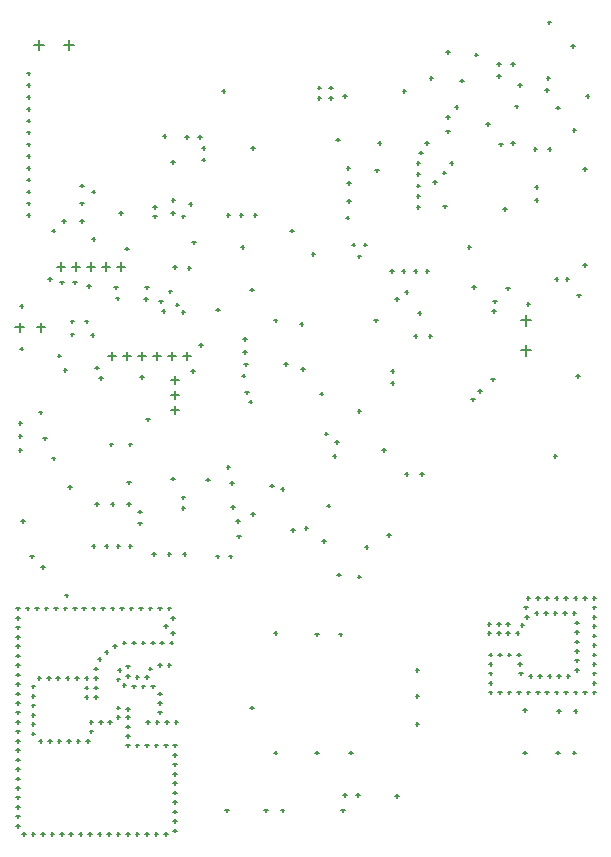
<source format=gbr>
%TF.GenerationSoftware,Altium Limited,Altium Designer,21.2.2 (38)*%
G04 Layer_Color=128*
%FSLAX45Y45*%
%MOMM*%
%TF.SameCoordinates,215B76EA-4B9E-490E-954B-DD862D4548B8*%
%TF.FilePolarity,Positive*%
%TF.FileFunction,Drillmap*%
%TF.Part,Single*%
G01*
G75*
%TA.AperFunction,NonConductor*%
%ADD102C,0.12700*%
D102*
X216500Y4350000D02*
X288500D01*
X252500Y4314000D02*
Y4386000D01*
X36500Y4350000D02*
X108500D01*
X72500Y4314000D02*
Y4386000D01*
X1355000Y3780000D02*
X1425000D01*
X1390000Y3745000D02*
Y3815000D01*
X1355000Y3907000D02*
X1425000D01*
X1390000Y3872000D02*
Y3942000D01*
X1355000Y3653000D02*
X1425000D01*
X1390000Y3618000D02*
Y3688000D01*
X1329000Y4110000D02*
X1399000D01*
X1364000Y4075000D02*
Y4145000D01*
X1456000Y4110000D02*
X1526000D01*
X1491000Y4075000D02*
Y4145000D01*
X1075000Y4110000D02*
X1145000D01*
X1110000Y4075000D02*
Y4145000D01*
X1202000Y4110000D02*
X1272000D01*
X1237000Y4075000D02*
Y4145000D01*
X821000Y4110000D02*
X891000D01*
X856000Y4075000D02*
Y4145000D01*
X948000Y4110000D02*
X1018000D01*
X983000Y4075000D02*
Y4145000D01*
X4315000Y4410000D02*
X4405000D01*
X4360000Y4365000D02*
Y4455000D01*
X4315000Y4156000D02*
X4405000D01*
X4360000Y4111000D02*
Y4201000D01*
X896000Y4865000D02*
X966000D01*
X931000Y4830000D02*
Y4900000D01*
X769000Y4865000D02*
X839000D01*
X804000Y4830000D02*
Y4900000D01*
X642000Y4865000D02*
X712000D01*
X677000Y4830000D02*
Y4900000D01*
X515000Y4865000D02*
X585000D01*
X550000Y4830000D02*
Y4900000D01*
X388000Y4865000D02*
X458000D01*
X423000Y4830000D02*
Y4900000D01*
X445000Y6740000D02*
X535000D01*
X490000Y6695000D02*
Y6785000D01*
X191000Y6740000D02*
X281000D01*
X236000Y6695000D02*
Y6785000D01*
X345000Y5170000D02*
X375000D01*
X360000Y5155000D02*
Y5185000D01*
X235000Y3630000D02*
X265000D01*
X250000Y3615000D02*
Y3645000D01*
X2795000Y260000D02*
X2825000D01*
X2810000Y245000D02*
Y275000D01*
X2285000Y260000D02*
X2315000D01*
X2300000Y245000D02*
Y275000D01*
X2145000Y260000D02*
X2175000D01*
X2160000Y245000D02*
Y275000D01*
X315000Y4760000D02*
X345000D01*
X330000Y4745000D02*
Y4775000D01*
X4165304Y5351369D02*
X4195304D01*
X4180304Y5336369D02*
Y5366369D01*
X3145000Y3312500D02*
X3175000D01*
X3160000Y3297500D02*
Y3327500D01*
X2935000Y3640000D02*
X2965000D01*
X2950000Y3625000D02*
Y3655000D01*
X3215000Y3980000D02*
X3245000D01*
X3230000Y3965000D02*
Y3995000D01*
X3215000Y3880000D02*
X3245000D01*
X3230000Y3865000D02*
Y3895000D01*
X2285000Y2980000D02*
X2315000D01*
X2300000Y2965000D02*
Y2995000D01*
X1445000Y2820000D02*
X1475000D01*
X1460000Y2805000D02*
Y2835000D01*
X1355000Y3070000D02*
X1385000D01*
X1370000Y3055000D02*
Y3085000D01*
X2035000Y5870000D02*
X2065000D01*
X2050000Y5855000D02*
Y5885000D01*
X915000Y5320001D02*
X945000D01*
X930000Y5305001D02*
Y5335001D01*
X2995000Y2490000D02*
X3025000D01*
X3010000Y2475000D02*
Y2505000D01*
X3075000Y4410000D02*
X3105000D01*
X3090000Y4395000D02*
Y4425000D01*
X3905000Y4690000D02*
X3935000D01*
X3920000Y4675000D02*
Y4705000D01*
X4435000Y5540000D02*
X4465000D01*
X4450000Y5525000D02*
Y5555000D01*
X4435000Y5430000D02*
X4465000D01*
X4450000Y5415000D02*
Y5445000D01*
X4135000Y5900000D02*
X4165000D01*
X4150000Y5885000D02*
Y5915000D01*
X4025000Y6070000D02*
X4055000D01*
X4040000Y6055000D02*
Y6085000D01*
X4615000Y6210000D02*
X4645000D01*
X4630000Y6195000D02*
Y6225000D01*
X2615000Y3790000D02*
X2645000D01*
X2630000Y3775000D02*
Y3805000D01*
X2455000Y3997500D02*
X2485000D01*
X2470000Y3982500D02*
Y4012500D01*
X835000Y3360000D02*
X865000D01*
X850000Y3345000D02*
Y3375000D01*
X1145000Y3570000D02*
X1175000D01*
X1160000Y3555000D02*
Y3585000D01*
X1095000Y3930000D02*
X1125000D01*
X1110000Y3915000D02*
Y3945000D01*
X1535000Y5070000D02*
X1565000D01*
X1550000Y5055000D02*
Y5085000D01*
X435000Y5250000D02*
X465000D01*
X450000Y5235000D02*
Y5265000D01*
X685000Y5100000D02*
X715000D01*
X700000Y5085000D02*
Y5115000D01*
X585000Y5250000D02*
X615000D01*
X600000Y5235000D02*
Y5265000D01*
X585000Y5400000D02*
X615000D01*
X600000Y5385000D02*
Y5415000D01*
X685000Y5500000D02*
X715000D01*
X700000Y5485000D02*
Y5515000D01*
X135000Y6500000D02*
X165000D01*
X150000Y6485000D02*
Y6515000D01*
X135000Y6400000D02*
X165000D01*
X150000Y6385000D02*
Y6415000D01*
X135000Y6300000D02*
X165000D01*
X150000Y6285000D02*
Y6315000D01*
X135000Y6200000D02*
X165000D01*
X150000Y6185000D02*
Y6215000D01*
X135000Y6100000D02*
X165000D01*
X150000Y6085000D02*
Y6115000D01*
X135000Y6000000D02*
X165000D01*
X150000Y5985000D02*
Y6015000D01*
X135000Y5900000D02*
X165000D01*
X150000Y5885000D02*
Y5915000D01*
X135000Y5800000D02*
X165000D01*
X150000Y5785000D02*
Y5815000D01*
X135000Y5700000D02*
X165000D01*
X150000Y5685000D02*
Y5715000D01*
X135000Y5600000D02*
X165000D01*
X150000Y5585000D02*
Y5615000D01*
X135000Y5500000D02*
X165000D01*
X150000Y5485000D02*
Y5515000D01*
X135000Y5400000D02*
X165000D01*
X150000Y5385000D02*
Y5415000D01*
X135000Y5300000D02*
X165000D01*
X150000Y5285000D02*
Y5315000D01*
X75000Y4170000D02*
X105000D01*
X90000Y4155000D02*
Y4185000D01*
X75000Y4530000D02*
X105000D01*
X90000Y4515000D02*
Y4545000D01*
X4625000Y1100000D02*
X4655000D01*
X4640000Y1085000D02*
Y1115000D01*
X4765000Y1100000D02*
X4795000D01*
X4780000Y1085000D02*
Y1115000D01*
X4755000Y750000D02*
X4785000D01*
X4770000Y735000D02*
Y765000D01*
X4615000Y750000D02*
X4645000D01*
X4630000Y735000D02*
Y765000D01*
X2775000Y1750000D02*
X2805000D01*
X2790000Y1735000D02*
Y1765000D01*
X2575000Y1750000D02*
X2605000D01*
X2590000Y1735000D02*
Y1765000D01*
X2225000Y1760000D02*
X2255000D01*
X2240000Y1745000D02*
Y1775000D01*
X2025000Y1130000D02*
X2055000D01*
X2040000Y1115000D02*
Y1145000D01*
X2225000Y750000D02*
X2255000D01*
X2240000Y735000D02*
Y765000D01*
X2575000Y750000D02*
X2605000D01*
X2590000Y735000D02*
Y765000D01*
X2865000Y750000D02*
X2895000D01*
X2880000Y735000D02*
Y765000D01*
X3425000Y990000D02*
X3455000D01*
X3440000Y975000D02*
Y1005000D01*
X3425000Y1230000D02*
X3455000D01*
X3440000Y1215000D02*
Y1245000D01*
X3425000Y1450000D02*
X3455000D01*
X3440000Y1435000D02*
Y1465000D01*
X2365000Y5170000D02*
X2395000D01*
X2380000Y5155000D02*
Y5185000D01*
X2545000Y4970000D02*
X2575000D01*
X2560000Y4955000D02*
Y4985000D01*
X1945000Y5030000D02*
X1975000D01*
X1960000Y5015000D02*
Y5045000D01*
X2025000Y4670000D02*
X2055000D01*
X2040000Y4655000D02*
Y4685000D01*
X1375000Y4860000D02*
X1405000D01*
X1390000Y4845000D02*
Y4875000D01*
X1355000Y5750000D02*
X1385000D01*
X1370000Y5735000D02*
Y5765000D01*
X1615000Y5770000D02*
X1645000D01*
X1630000Y5755000D02*
Y5785000D01*
X1615000Y5870000D02*
X1645000D01*
X1630000Y5855000D02*
Y5885000D01*
X1585000Y5960000D02*
X1615000D01*
X1600000Y5945000D02*
Y5975000D01*
X1475000Y5960000D02*
X1505000D01*
X1490000Y5945000D02*
Y5975000D01*
X3435000Y5370000D02*
X3465000D01*
X3450000Y5355000D02*
Y5385000D01*
X3435000Y5460000D02*
X3465000D01*
X3450000Y5445000D02*
Y5475000D01*
X3435000Y5550000D02*
X3465000D01*
X3450000Y5535000D02*
Y5565000D01*
X3435000Y5650000D02*
X3465000D01*
X3450000Y5635000D02*
Y5665000D01*
X3435000Y5740000D02*
X3465000D01*
X3450000Y5725000D02*
Y5755000D01*
X3455000Y5830000D02*
X3485000D01*
X3470000Y5815000D02*
Y5845000D01*
X3505000Y5910000D02*
X3535000D01*
X3520000Y5895000D02*
Y5925000D01*
X1785000Y6350000D02*
X1815000D01*
X1800000Y6335000D02*
Y6365000D01*
X3315000Y6350000D02*
X3345000D01*
X3330000Y6335000D02*
Y6365000D01*
X3805000Y6440000D02*
X3835000D01*
X3820000Y6425000D02*
Y6455000D01*
X3545000Y6460000D02*
X3575000D01*
X3560000Y6445000D02*
Y6475000D01*
X3685000Y6680000D02*
X3715000D01*
X3700000Y6665000D02*
Y6695000D01*
X4115000Y6580000D02*
X4145000D01*
X4130000Y6565000D02*
Y6595000D01*
X4235000Y6580000D02*
X4265000D01*
X4250000Y6565000D02*
Y6595000D01*
X4265000Y6220000D02*
X4295000D01*
X4280000Y6205000D02*
Y6235000D01*
X4295000Y6400000D02*
X4325000D01*
X4310000Y6385000D02*
Y6415000D01*
X4115000Y6480000D02*
X4145000D01*
X4130000Y6465000D02*
Y6495000D01*
X4535000Y6460000D02*
X4565000D01*
X4550000Y6445000D02*
Y6475000D01*
X4745000Y6730000D02*
X4775000D01*
X4760000Y6715000D02*
Y6745000D01*
X4755000Y6020000D02*
X4785000D01*
X4770000Y6005000D02*
Y6035000D01*
X4845000Y5690000D02*
X4875000D01*
X4860000Y5675000D02*
Y5705000D01*
X4845000Y4880000D02*
X4875000D01*
X4860000Y4865000D02*
Y4895000D01*
X4785000Y3940000D02*
X4815000D01*
X4800000Y3925000D02*
Y3955000D01*
X4795000Y4620000D02*
X4825000D01*
X4810000Y4605000D02*
Y4635000D01*
X4605000Y4760000D02*
X4635000D01*
X4620000Y4745000D02*
Y4775000D01*
X4695000Y4760000D02*
X4725000D01*
X4710000Y4745000D02*
Y4775000D01*
X4365000Y4550000D02*
X4395000D01*
X4380000Y4535000D02*
Y4565000D01*
X4075000Y4490000D02*
X4105000D01*
X4090000Y4475000D02*
Y4505000D01*
X4085000Y4570000D02*
X4115000D01*
X4100000Y4555000D02*
Y4585000D01*
X3445000Y4470000D02*
X3475000D01*
X3460000Y4455000D02*
Y4485000D01*
X3255000Y4590000D02*
X3285000D01*
X3270000Y4575000D02*
Y4605000D01*
X3335000Y4650000D02*
X3365000D01*
X3350000Y4635000D02*
Y4665000D01*
X4595000Y3260000D02*
X4625000D01*
X4610000Y3245000D02*
Y3275000D01*
X3465000Y3110000D02*
X3495000D01*
X3480000Y3095000D02*
Y3125000D01*
X3335000Y3110000D02*
X3365000D01*
X3350000Y3095000D02*
Y3125000D01*
X3185000Y2590000D02*
X3215000D01*
X3200000Y2575000D02*
Y2605000D01*
X2675000Y2840000D02*
X2705000D01*
X2690000Y2825000D02*
Y2855000D01*
X2725000Y3260000D02*
X2755000D01*
X2740000Y3245000D02*
Y3275000D01*
X2745000Y3380000D02*
X2775000D01*
X2760000Y3365000D02*
Y3395000D01*
X2655000Y3450000D02*
X2685000D01*
X2670000Y3435000D02*
Y3465000D01*
X2315000Y4040000D02*
X2345000D01*
X2330000Y4025000D02*
Y4055000D01*
X2225000Y4410000D02*
X2255000D01*
X2240000Y4395000D02*
Y4425000D01*
X2445000Y4380000D02*
X2475000D01*
X2460000Y4365000D02*
Y4395000D01*
X1965000Y4140000D02*
X1995000D01*
X1980000Y4125000D02*
Y4155000D01*
X645000Y4700000D02*
X675000D01*
X660000Y4685000D02*
Y4715000D01*
X525000Y4730000D02*
X555000D01*
X540000Y4715000D02*
Y4745000D01*
X415000Y4730000D02*
X445000D01*
X430000Y4715000D02*
Y4745000D01*
X505000Y4290000D02*
X535000D01*
X520000Y4275000D02*
Y4305000D01*
X505000Y4400000D02*
X535000D01*
X520000Y4385000D02*
Y4415000D01*
X625000Y4400000D02*
X655000D01*
X640000Y4385000D02*
Y4415000D01*
X65000Y3540000D02*
X95000D01*
X80000Y3525000D02*
Y3555000D01*
X65000Y3430000D02*
X95000D01*
X80000Y3415000D02*
Y3445000D01*
X65000Y3310000D02*
X95000D01*
X80000Y3295000D02*
Y3325000D01*
X85000Y2710000D02*
X115000D01*
X100000Y2695000D02*
Y2725000D01*
X165000Y2410000D02*
X195000D01*
X180000Y2395000D02*
Y2425000D01*
X255000Y2320000D02*
X285000D01*
X270000Y2305000D02*
Y2335000D01*
X2935000Y2240000D02*
X2965000D01*
X2950000Y2225000D02*
Y2255000D01*
X3255000Y380000D02*
X3285000D01*
X3270000Y365000D02*
Y395000D01*
X2925000Y390000D02*
X2955000D01*
X2940000Y375000D02*
Y405000D01*
X2815000Y390000D02*
X2845000D01*
X2830000Y375000D02*
Y405000D01*
X2760659Y2255659D02*
X2790659D01*
X2775659Y2240659D02*
Y2270659D01*
X4365000Y2060000D02*
X4395000D01*
X4380000Y2045000D02*
Y2075000D01*
X4345000Y1980000D02*
X4375000D01*
X4360000Y1965000D02*
Y1995000D01*
X4195000Y1840000D02*
X4225000D01*
X4210000Y1825000D02*
Y1855000D01*
X4115000Y1840000D02*
X4145000D01*
X4130000Y1825000D02*
Y1855000D01*
X4035000Y1840000D02*
X4065000D01*
X4050000Y1825000D02*
Y1855000D01*
X4845000Y2060000D02*
X4875000D01*
X4860000Y2045000D02*
Y2075000D01*
X4765000Y2060000D02*
X4795000D01*
X4780000Y2045000D02*
Y2075000D01*
X4685000Y2060000D02*
X4715000D01*
X4700000Y2045000D02*
Y2075000D01*
X4605000Y2060000D02*
X4635000D01*
X4620000Y2045000D02*
Y2075000D01*
X4525000Y2060000D02*
X4555000D01*
X4540000Y2045000D02*
Y2075000D01*
X4445000Y2060000D02*
X4475000D01*
X4460000Y2045000D02*
Y2075000D01*
X4925000Y1820000D02*
X4955000D01*
X4940000Y1805000D02*
Y1835000D01*
X4925000Y1900000D02*
X4955000D01*
X4940000Y1885000D02*
Y1915000D01*
X4925000Y1980000D02*
X4955000D01*
X4940000Y1965000D02*
Y1995000D01*
X4925000Y2060000D02*
X4955000D01*
X4940000Y2045000D02*
Y2075000D01*
X4925000Y1340000D02*
X4955000D01*
X4940000Y1325000D02*
Y1355000D01*
X4925000Y1420000D02*
X4955000D01*
X4940000Y1405000D02*
Y1435000D01*
X4925000Y1500000D02*
X4955000D01*
X4940000Y1485000D02*
Y1515000D01*
X4925000Y1580000D02*
X4955000D01*
X4940000Y1565000D02*
Y1595000D01*
X4925000Y1660000D02*
X4955000D01*
X4940000Y1645000D02*
Y1675000D01*
X4925000Y1740000D02*
X4955000D01*
X4940000Y1725000D02*
Y1755000D01*
X4605000Y1260000D02*
X4635000D01*
X4620000Y1245000D02*
Y1275000D01*
X4685000Y1260000D02*
X4715000D01*
X4700000Y1245000D02*
Y1275000D01*
X4765000Y1260000D02*
X4795000D01*
X4780000Y1245000D02*
Y1275000D01*
X4845000Y1260000D02*
X4875000D01*
X4860000Y1245000D02*
Y1275000D01*
X4925000Y1260000D02*
X4955000D01*
X4940000Y1245000D02*
Y1275000D01*
X4125000Y1260000D02*
X4155000D01*
X4140000Y1245000D02*
Y1275000D01*
X4205000Y1260000D02*
X4235000D01*
X4220000Y1245000D02*
Y1275000D01*
X4285000Y1260000D02*
X4315000D01*
X4300000Y1245000D02*
Y1275000D01*
X4365000Y1260000D02*
X4395000D01*
X4380000Y1245000D02*
Y1275000D01*
X4445000Y1260000D02*
X4475000D01*
X4460000Y1245000D02*
Y1275000D01*
X4525000Y1260000D02*
X4555000D01*
X4540000Y1245000D02*
Y1275000D01*
X4045000Y1500000D02*
X4075000D01*
X4060000Y1485000D02*
Y1515000D01*
X4045000Y1420000D02*
X4075000D01*
X4060000Y1405000D02*
Y1435000D01*
X4045000Y1340000D02*
X4075000D01*
X4060000Y1325000D02*
Y1355000D01*
X4045000Y1260000D02*
X4075000D01*
X4060000Y1245000D02*
Y1275000D01*
X4045000Y1580000D02*
X4075000D01*
X4060000Y1565000D02*
Y1595000D01*
X4125000Y1580000D02*
X4155000D01*
X4140000Y1565000D02*
Y1595000D01*
X4205000Y1580000D02*
X4235000D01*
X4220000Y1565000D02*
Y1595000D01*
X4285000Y1580000D02*
X4315000D01*
X4300000Y1565000D02*
Y1595000D01*
X4295000Y1500000D02*
X4325000D01*
X4310000Y1485000D02*
Y1515000D01*
X4305000Y1420000D02*
X4335000D01*
X4320000Y1405000D02*
Y1435000D01*
X4385000Y1400000D02*
X4415000D01*
X4400000Y1385000D02*
Y1415000D01*
X4465000Y1400000D02*
X4495000D01*
X4480000Y1385000D02*
Y1415000D01*
X4545000Y1400000D02*
X4575000D01*
X4560000Y1385000D02*
Y1415000D01*
X4625000Y1400000D02*
X4655000D01*
X4640000Y1385000D02*
Y1415000D01*
X4705000Y1400000D02*
X4735000D01*
X4720000Y1385000D02*
Y1415000D01*
X4775000Y1450000D02*
X4805000D01*
X4790000Y1435000D02*
Y1465000D01*
X4775000Y1530000D02*
X4805000D01*
X4790000Y1515000D02*
Y1545000D01*
X4775000Y1610000D02*
X4805000D01*
X4790000Y1595000D02*
Y1625000D01*
X4775000Y1690000D02*
X4805000D01*
X4790000Y1675000D02*
Y1705000D01*
X4775000Y1770000D02*
X4805000D01*
X4790000Y1755000D02*
Y1785000D01*
X4775000Y1850000D02*
X4805000D01*
X4790000Y1835000D02*
Y1865000D01*
X4755000Y1930000D02*
X4785000D01*
X4770000Y1915000D02*
Y1945000D01*
X4675000Y1930000D02*
X4705000D01*
X4690000Y1915000D02*
Y1945000D01*
X4595000Y1930000D02*
X4625000D01*
X4610000Y1915000D02*
Y1945000D01*
X4515000Y1930000D02*
X4545000D01*
X4530000Y1915000D02*
Y1945000D01*
X4435000Y1930000D02*
X4465000D01*
X4450000Y1915000D02*
Y1945000D01*
X4355000Y1900000D02*
X4385000D01*
X4370000Y1885000D02*
Y1915000D01*
X4315000Y1830000D02*
X4345000D01*
X4330000Y1815000D02*
Y1845000D01*
X4275000Y1760000D02*
X4305000D01*
X4290000Y1745000D02*
Y1775000D01*
X4195000Y1760000D02*
X4225000D01*
X4210000Y1745000D02*
Y1775000D01*
X4115000Y1760000D02*
X4145000D01*
X4130000Y1745000D02*
Y1775000D01*
X4035000Y1760000D02*
X4065000D01*
X4050000Y1745000D02*
Y1775000D01*
X1355000Y1760000D02*
X1385000D01*
X1370000Y1745000D02*
Y1775000D01*
X1295000Y1820000D02*
X1325000D01*
X1310000Y1805000D02*
Y1835000D01*
X1355000Y1890000D02*
X1385000D01*
X1370000Y1875000D02*
Y1905000D01*
X1325000Y1970000D02*
X1355000D01*
X1340000Y1955000D02*
Y1985000D01*
X1245000Y1970000D02*
X1275000D01*
X1260000Y1955000D02*
Y1985000D01*
X1165000Y1970000D02*
X1195000D01*
X1180000Y1955000D02*
Y1985000D01*
X1085000Y1970000D02*
X1115000D01*
X1100000Y1955000D02*
Y1985000D01*
X1005000Y1970000D02*
X1035000D01*
X1020000Y1955000D02*
Y1985000D01*
X925000Y1970000D02*
X955000D01*
X940000Y1955000D02*
Y1985000D01*
X845000Y1970000D02*
X875000D01*
X860000Y1955000D02*
Y1985000D01*
X765000Y1970000D02*
X795000D01*
X780000Y1955000D02*
Y1985000D01*
X685000Y1970000D02*
X715000D01*
X700000Y1955000D02*
Y1985000D01*
X605000Y1970000D02*
X635000D01*
X620000Y1955000D02*
Y1985000D01*
X525000Y1970000D02*
X555000D01*
X540000Y1955000D02*
Y1985000D01*
X445000Y1970000D02*
X475000D01*
X460000Y1955000D02*
Y1985000D01*
X365000Y1970000D02*
X395000D01*
X380000Y1955000D02*
Y1985000D01*
X285000Y1970000D02*
X315000D01*
X300000Y1955000D02*
Y1985000D01*
X205000Y1970000D02*
X235000D01*
X220000Y1955000D02*
Y1985000D01*
X125000Y1970000D02*
X155000D01*
X140000Y1955000D02*
Y1985000D01*
X45000Y1970000D02*
X75000D01*
X60000Y1955000D02*
Y1985000D01*
X45000Y1890000D02*
X75000D01*
X60000Y1875000D02*
Y1905000D01*
X45000Y1810000D02*
X75000D01*
X60000Y1795000D02*
Y1825000D01*
X45000Y1730000D02*
X75000D01*
X60000Y1715000D02*
Y1745000D01*
X45000Y1650000D02*
X75000D01*
X60000Y1635000D02*
Y1665000D01*
X45000Y1570000D02*
X75000D01*
X60000Y1555000D02*
Y1585000D01*
X45000Y1490000D02*
X75000D01*
X60000Y1475000D02*
Y1505000D01*
X45000Y1410000D02*
X75000D01*
X60000Y1395000D02*
Y1425000D01*
X45000Y1330000D02*
X75000D01*
X60000Y1315000D02*
Y1345000D01*
X45000Y1250000D02*
X75000D01*
X60000Y1235000D02*
Y1265000D01*
X45000Y1170000D02*
X75000D01*
X60000Y1155000D02*
Y1185000D01*
X45000Y1090000D02*
X75000D01*
X60000Y1075000D02*
Y1105000D01*
X45000Y1010000D02*
X75000D01*
X60000Y995000D02*
Y1025000D01*
X45000Y930000D02*
X75000D01*
X60000Y915000D02*
Y945000D01*
X45000Y850000D02*
X75000D01*
X60000Y835000D02*
Y865000D01*
X45000Y770000D02*
X75000D01*
X60000Y755000D02*
Y785000D01*
X45000Y690000D02*
X75000D01*
X60000Y675000D02*
Y705000D01*
X45000Y610000D02*
X75000D01*
X60000Y595000D02*
Y625000D01*
X45000Y530000D02*
X75000D01*
X60000Y515000D02*
Y545000D01*
X45000Y450000D02*
X75000D01*
X60000Y435000D02*
Y465000D01*
X45000Y370000D02*
X75000D01*
X60000Y355000D02*
Y385000D01*
X45000Y290000D02*
X75000D01*
X60000Y275000D02*
Y305000D01*
X45000Y210000D02*
X75000D01*
X60000Y195000D02*
Y225000D01*
X45000Y130000D02*
X75000D01*
X60000Y115000D02*
Y145000D01*
X95000Y60000D02*
X125000D01*
X110000Y45000D02*
Y75000D01*
X175000Y60000D02*
X205000D01*
X190000Y45000D02*
Y75000D01*
X255000Y60000D02*
X285000D01*
X270000Y45000D02*
Y75000D01*
X335000Y60000D02*
X365000D01*
X350000Y45000D02*
Y75000D01*
X415000Y60000D02*
X445000D01*
X430000Y45000D02*
Y75000D01*
X495000Y60000D02*
X525000D01*
X510000Y45000D02*
Y75000D01*
X575000Y60000D02*
X605000D01*
X590000Y45000D02*
Y75000D01*
X655000Y60000D02*
X685000D01*
X670000Y45000D02*
Y75000D01*
X735000Y60000D02*
X765000D01*
X750000Y45000D02*
Y75000D01*
X815000Y60000D02*
X845000D01*
X830000Y45000D02*
Y75000D01*
X895000Y60000D02*
X925000D01*
X910000Y45000D02*
Y75000D01*
X975000Y60000D02*
X1005000D01*
X990000Y45000D02*
Y75000D01*
X1055000Y60000D02*
X1085000D01*
X1070000Y45000D02*
Y75000D01*
X1135000Y60000D02*
X1165000D01*
X1150000Y45000D02*
Y75000D01*
X1215000Y60000D02*
X1245000D01*
X1230000Y45000D02*
Y75000D01*
X1295000Y60000D02*
X1325000D01*
X1310000Y45000D02*
Y75000D01*
X1375000Y90000D02*
X1405000D01*
X1390000Y75000D02*
Y105000D01*
X1375000Y170000D02*
X1405000D01*
X1390000Y155000D02*
Y185000D01*
X1375000Y250000D02*
X1405000D01*
X1390000Y235000D02*
Y265000D01*
X1375000Y330000D02*
X1405000D01*
X1390000Y315000D02*
Y345000D01*
X1375000Y410000D02*
X1405000D01*
X1390000Y395000D02*
Y425000D01*
X1375000Y490000D02*
X1405000D01*
X1390000Y475000D02*
Y505000D01*
X1375000Y570000D02*
X1405000D01*
X1390000Y555000D02*
Y585000D01*
X1375000Y650000D02*
X1405000D01*
X1390000Y635000D02*
Y665000D01*
X1375000Y730000D02*
X1405000D01*
X1390000Y715000D02*
Y745000D01*
X1325000Y1490000D02*
X1355000D01*
X1340000Y1475000D02*
Y1505000D01*
X1245000Y1490000D02*
X1275000D01*
X1260000Y1475000D02*
Y1505000D01*
X1165000Y1460000D02*
X1195000D01*
X1180000Y1445000D02*
Y1475000D01*
X1135000Y1390000D02*
X1165000D01*
X1150000Y1375000D02*
Y1405000D01*
X1055000Y1390000D02*
X1085000D01*
X1070000Y1375000D02*
Y1405000D01*
X975000Y1400000D02*
X1005000D01*
X990000Y1385000D02*
Y1415000D01*
X975000Y1480000D02*
X1005000D01*
X990000Y1465000D02*
Y1495000D01*
X905000Y1450000D02*
X935000D01*
X920000Y1435000D02*
Y1465000D01*
X895000Y1370000D02*
X925000D01*
X910000Y1355000D02*
Y1385000D01*
X945000Y1320000D02*
X975000D01*
X960000Y1305000D02*
Y1335000D01*
X1025000Y1310000D02*
X1055000D01*
X1040000Y1295000D02*
Y1325000D01*
X1105000Y1310000D02*
X1135000D01*
X1120000Y1295000D02*
Y1325000D01*
X1185000Y1310000D02*
X1215000D01*
X1200000Y1295000D02*
Y1325000D01*
X1245000Y1250000D02*
X1275000D01*
X1260000Y1235000D02*
Y1265000D01*
X1245000Y1170000D02*
X1275000D01*
X1260000Y1155000D02*
Y1185000D01*
X1245000Y1090000D02*
X1275000D01*
X1260000Y1075000D02*
Y1105000D01*
X1145000Y1010000D02*
X1175000D01*
X1160000Y995000D02*
Y1025000D01*
X1225000Y1010000D02*
X1255000D01*
X1240000Y995000D02*
Y1025000D01*
X1305000Y1010000D02*
X1335000D01*
X1320000Y995000D02*
Y1025000D01*
X1385000Y1010000D02*
X1415000D01*
X1400000Y995000D02*
Y1025000D01*
X1375000Y810000D02*
X1405000D01*
X1390000Y795000D02*
Y825000D01*
X1295000Y810000D02*
X1325000D01*
X1310000Y795000D02*
Y825000D01*
X1215000Y810000D02*
X1245000D01*
X1230000Y795000D02*
Y825000D01*
X1135000Y810000D02*
X1165000D01*
X1150000Y795000D02*
Y825000D01*
X1055000Y810000D02*
X1085000D01*
X1070000Y795000D02*
Y825000D01*
X975000Y810000D02*
X1005000D01*
X990000Y795000D02*
Y825000D01*
X975000Y890000D02*
X1005000D01*
X990000Y875000D02*
Y905000D01*
X975000Y970000D02*
X1005000D01*
X990000Y955000D02*
Y985000D01*
X975000Y1050000D02*
X1005000D01*
X990000Y1035000D02*
Y1065000D01*
X975000Y1120000D02*
X1005000D01*
X990000Y1105000D02*
Y1135000D01*
X895000Y1130000D02*
X925000D01*
X910000Y1115000D02*
Y1145000D01*
X895000Y1050000D02*
X925000D01*
X910000Y1035000D02*
Y1065000D01*
X825000Y1010000D02*
X855000D01*
X840000Y995000D02*
Y1025000D01*
X745000Y1010000D02*
X775000D01*
X760000Y995000D02*
Y1025000D01*
X665000Y1010000D02*
X695000D01*
X680000Y995000D02*
Y1025000D01*
X665000Y930000D02*
X695000D01*
X680000Y915000D02*
Y945000D01*
X635000Y850000D02*
X665000D01*
X650000Y835000D02*
Y865000D01*
X555000Y850000D02*
X585000D01*
X570000Y835000D02*
Y865000D01*
X475000Y850000D02*
X505000D01*
X490000Y835000D02*
Y865000D01*
X395000Y850000D02*
X425000D01*
X410000Y835000D02*
Y865000D01*
X315000Y850000D02*
X345000D01*
X330000Y835000D02*
Y865000D01*
X235000Y850000D02*
X265000D01*
X250000Y835000D02*
Y865000D01*
X175000Y910000D02*
X205000D01*
X190000Y895000D02*
Y925000D01*
X175000Y990000D02*
X205000D01*
X190000Y975000D02*
Y1005000D01*
X175000Y1070000D02*
X205000D01*
X190000Y1055000D02*
Y1085000D01*
X175000Y1150000D02*
X205000D01*
X190000Y1135000D02*
Y1165000D01*
X175000Y1230000D02*
X205000D01*
X190000Y1215000D02*
Y1245000D01*
X175000Y1310000D02*
X205000D01*
X190000Y1295000D02*
Y1325000D01*
X225000Y1380000D02*
X255000D01*
X240000Y1365000D02*
Y1395000D01*
X305000Y1380000D02*
X335000D01*
X320000Y1365000D02*
Y1395000D01*
X385000Y1380000D02*
X415000D01*
X400000Y1365000D02*
Y1395000D01*
X465000Y1380000D02*
X495000D01*
X480000Y1365000D02*
Y1395000D01*
X545000Y1380000D02*
X575000D01*
X560000Y1365000D02*
Y1395000D01*
X625000Y1380000D02*
X655000D01*
X640000Y1365000D02*
Y1395000D01*
X625000Y1300000D02*
X655000D01*
X640000Y1285000D02*
Y1315000D01*
X625000Y1220000D02*
X655000D01*
X640000Y1205000D02*
Y1235000D01*
X705000Y1220000D02*
X735000D01*
X720000Y1205000D02*
Y1235000D01*
X705000Y1300000D02*
X735000D01*
X720000Y1285000D02*
Y1315000D01*
X705000Y1380000D02*
X735000D01*
X720000Y1365000D02*
Y1395000D01*
X705000Y1460000D02*
X735000D01*
X720000Y1445000D02*
Y1475000D01*
X735000Y1540000D02*
X765000D01*
X750000Y1525000D02*
Y1555000D01*
X795000Y1600000D02*
X825000D01*
X810000Y1585000D02*
Y1615000D01*
X865000Y1650000D02*
X895000D01*
X880000Y1635000D02*
Y1665000D01*
X945000Y1680000D02*
X975000D01*
X960000Y1665000D02*
Y1695000D01*
X1025000Y1680000D02*
X1055000D01*
X1040000Y1665000D02*
Y1695000D01*
X1105000Y1680000D02*
X1135000D01*
X1120000Y1665000D02*
Y1695000D01*
X1185000Y1680000D02*
X1215000D01*
X1200000Y1665000D02*
Y1695000D01*
X1265000Y1680000D02*
X1295000D01*
X1280000Y1665000D02*
Y1695000D01*
X1345000Y1680000D02*
X1375000D01*
X1360000Y1665000D02*
Y1695000D01*
X1845000Y2410000D02*
X1875000D01*
X1860000Y2395000D02*
Y2425000D01*
X1735000Y2410000D02*
X1765000D01*
X1750000Y2395000D02*
Y2425000D01*
X1455000Y2430000D02*
X1485000D01*
X1470000Y2415000D02*
Y2445000D01*
X1325000Y2430000D02*
X1355000D01*
X1340000Y2415000D02*
Y2445000D01*
X1195000Y2430000D02*
X1225000D01*
X1210000Y2415000D02*
Y2445000D01*
X3865000Y5030000D02*
X3895000D01*
X3880000Y5015000D02*
Y5045000D01*
X2845000Y5570000D02*
X2875000D01*
X2860000Y5555000D02*
Y5585000D01*
X2845000Y5420000D02*
X2875000D01*
X2860000Y5405000D02*
Y5435000D01*
X4867500Y6310000D02*
X4897500D01*
X4882500Y6295000D02*
Y6325000D01*
X4525000Y6360000D02*
X4555000D01*
X4540000Y6345000D02*
Y6375000D01*
X2195000Y3010000D02*
X2225000D01*
X2210000Y2995000D02*
Y3025000D01*
X1655000Y3060000D02*
X1685000D01*
X1670000Y3045000D02*
Y3075000D01*
X985000Y3037500D02*
X1015000D01*
X1000000Y3022500D02*
Y3052500D01*
X1965000Y4250000D02*
X1995000D01*
X1980000Y4235000D02*
Y4265000D01*
X345000Y3240000D02*
X375000D01*
X360000Y3225000D02*
Y3255000D01*
X485000Y3000000D02*
X515000D01*
X500000Y2985000D02*
Y3015000D01*
X1915000Y2580000D02*
X1945000D01*
X1930000Y2565000D02*
Y2595000D01*
X1905000Y2710000D02*
X1935000D01*
X1920000Y2695000D02*
Y2725000D01*
X275000Y3410000D02*
X305000D01*
X290000Y3395000D02*
Y3425000D01*
X1075000Y2790000D02*
X1105000D01*
X1090000Y2775000D02*
Y2805000D01*
X845000Y2852500D02*
X875000D01*
X860000Y2837500D02*
Y2867500D01*
X715000Y2852500D02*
X745000D01*
X730000Y2837500D02*
Y2867500D01*
X985000Y2852500D02*
X1015000D01*
X1000000Y2837500D02*
Y2867500D01*
X1075000Y2690000D02*
X1105000D01*
X1090000Y2675000D02*
Y2705000D01*
X995000Y2500000D02*
X1025000D01*
X1010000Y2485000D02*
Y2515000D01*
X895000Y2500000D02*
X925000D01*
X910000Y2485000D02*
Y2515000D01*
X795000Y2500000D02*
X825000D01*
X810000Y2485000D02*
Y2515000D01*
X685000Y2500000D02*
X715000D01*
X700000Y2485000D02*
Y2515000D01*
X4235000Y5910000D02*
X4265000D01*
X4250000Y5895000D02*
Y5925000D01*
X4425000Y5860000D02*
X4455000D01*
X4440000Y5845000D02*
Y5875000D01*
X4065000Y3910000D02*
X4095000D01*
X4080000Y3895000D02*
Y3925000D01*
X3685000Y6010000D02*
X3715000D01*
X3700000Y5995000D02*
Y6025000D01*
X3685000Y6130000D02*
X3715000D01*
X3700000Y6115000D02*
Y6145000D01*
X2755000Y5940000D02*
X2785000D01*
X2770000Y5925000D02*
Y5955000D01*
X2815000Y6310000D02*
X2845000D01*
X2830000Y6295000D02*
Y6325000D01*
X2695000Y6290000D02*
X2725000D01*
X2710000Y6275000D02*
Y6305000D01*
X2695000Y6380000D02*
X2725000D01*
X2710000Y6365000D02*
Y6395000D01*
X2595000Y6380000D02*
X2625000D01*
X2610000Y6365000D02*
Y6395000D01*
X2595000Y6290000D02*
X2625000D01*
X2610000Y6275000D02*
Y6305000D01*
X2055000Y5300000D02*
X2085000D01*
X2070000Y5285000D02*
Y5315000D01*
X1935000Y5300000D02*
X1965000D01*
X1950000Y5285000D02*
Y5315000D01*
X1825000Y5300000D02*
X1855000D01*
X1840000Y5285000D02*
Y5315000D01*
X3660000Y5375000D02*
X3690000D01*
X3675000Y5360000D02*
Y5390000D01*
X3535000Y4275000D02*
X3565000D01*
X3550000Y4260000D02*
Y4290000D01*
X3410000Y4275000D02*
X3440000D01*
X3425000Y4260000D02*
Y4290000D01*
X3510000Y4825000D02*
X3540000D01*
X3525000Y4810000D02*
Y4840000D01*
X3410000Y4825000D02*
X3440000D01*
X3425000Y4810000D02*
Y4840000D01*
X3310000Y4825000D02*
X3340000D01*
X3325000Y4810000D02*
Y4840000D01*
X3210000Y4825000D02*
X3240000D01*
X3225000Y4810000D02*
Y4840000D01*
X2935000Y4950000D02*
X2965000D01*
X2950000Y4935000D02*
Y4965000D01*
X2985000Y5050000D02*
X3015000D01*
X3000000Y5035000D02*
Y5065000D01*
X2885000Y5050000D02*
X2915000D01*
X2900000Y5035000D02*
Y5065000D01*
X1495000Y4854216D02*
X1525000D01*
X1510000Y4839216D02*
Y4869216D01*
X1505000Y5395000D02*
X1535000D01*
X1520000Y5380000D02*
Y5410000D01*
X1360000Y5430000D02*
X1390000D01*
X1375000Y5415000D02*
Y5445000D01*
X1355000Y5317500D02*
X1385000D01*
X1370000Y5302500D02*
Y5332500D01*
X887500Y4595000D02*
X917500D01*
X902500Y4580000D02*
Y4610000D01*
X872500Y4687500D02*
X902500D01*
X887500Y4672500D02*
Y4702500D01*
X3757500Y6217500D02*
X3787500D01*
X3772500Y6202500D02*
Y6232500D01*
X1127500Y4590000D02*
X1157500D01*
X1142500Y4575000D02*
Y4605000D01*
X675000Y4287500D02*
X705000D01*
X690000Y4272500D02*
Y4302500D01*
X395000Y4110000D02*
X425000D01*
X410000Y4095000D02*
Y4125000D01*
X4542500Y6932500D02*
X4572500D01*
X4557500Y6917500D02*
Y6947500D01*
X1393591Y4542500D02*
X1423590D01*
X1408591Y4527500D02*
Y4557500D01*
X1335000Y4655000D02*
X1365000D01*
X1350000Y4640000D02*
Y4670000D01*
X1444341Y4480658D02*
X1474341D01*
X1459341Y4465658D02*
Y4495658D01*
X1137500Y4687500D02*
X1167500D01*
X1152500Y4672500D02*
Y4702500D01*
X1254341Y4570658D02*
X1284341D01*
X1269341Y4555658D02*
Y4585658D01*
X1277500Y4490000D02*
X1307500D01*
X1292500Y4475000D02*
Y4505000D01*
X3925000Y6660000D02*
X3955000D01*
X3940000Y6645000D02*
Y6675000D01*
X3955000Y3810000D02*
X3985000D01*
X3970000Y3795000D02*
Y3825000D01*
X4545000Y5860000D02*
X4575000D01*
X4560000Y5845000D02*
Y5875000D01*
X3895000Y3740000D02*
X3925000D01*
X3910000Y3725000D02*
Y3755000D01*
X3715000Y5740000D02*
X3745000D01*
X3730000Y5725000D02*
Y5755000D01*
X4195000Y4680000D02*
X4225000D01*
X4210000Y4665000D02*
Y4695000D01*
X1975000Y4035659D02*
X2005000D01*
X1990000Y4020659D02*
Y4050659D01*
X1954342Y3940659D02*
X1984341D01*
X1969342Y3925659D02*
Y3955659D01*
X1737500Y4500000D02*
X1767500D01*
X1752500Y4485000D02*
Y4515000D01*
X715000Y4010000D02*
X745000D01*
X730000Y3995000D02*
Y4025000D01*
X445000Y3990000D02*
X475000D01*
X460000Y3975000D02*
Y4005000D01*
X1525000Y3980000D02*
X1555000D01*
X1540000Y3965000D02*
Y3995000D01*
X745000Y3920000D02*
X775000D01*
X760000Y3905000D02*
Y3935000D01*
X995000Y3360000D02*
X1025000D01*
X1010000Y3345000D02*
Y3375000D01*
X1865000Y2830000D02*
X1895000D01*
X1880000Y2815000D02*
Y2845000D01*
X1445000Y2910000D02*
X1475000D01*
X1460000Y2895000D02*
Y2925000D01*
X2014341Y3720659D02*
X2044341D01*
X2029341Y3705659D02*
Y3735659D01*
X1985000Y3800000D02*
X2015000D01*
X2000000Y3785000D02*
Y3815000D01*
X1445000Y5290000D02*
X1475000D01*
X1460000Y5275000D02*
Y5305000D01*
X3575000Y5580000D02*
X3605000D01*
X3590000Y5565000D02*
Y5595000D01*
X3655000Y5660000D02*
X3685000D01*
X3670000Y5645000D02*
Y5675000D01*
X1855000Y3030000D02*
X1885000D01*
X1870000Y3015000D02*
Y3045000D01*
X1825000Y3170000D02*
X1855000D01*
X1840000Y3155000D02*
Y3185000D01*
X1285000Y5970000D02*
X1315000D01*
X1300000Y5955000D02*
Y5985000D01*
X1205000Y5370000D02*
X1235000D01*
X1220000Y5355000D02*
Y5385000D01*
X1205000Y5290000D02*
X1235000D01*
X1220000Y5275000D02*
Y5305000D01*
X968817Y5017500D02*
X998817D01*
X983817Y5002500D02*
Y5032500D01*
X585000Y5550000D02*
X615000D01*
X600000Y5535000D02*
Y5565000D01*
X1815000Y260000D02*
X1845000D01*
X1830000Y245000D02*
Y275000D01*
X2035000Y2770000D02*
X2065000D01*
X2050000Y2755000D02*
Y2785000D01*
X4335000Y750000D02*
X4365000D01*
X4350000Y735000D02*
Y765000D01*
X2485000Y2650000D02*
X2515000D01*
X2500000Y2635000D02*
Y2665000D01*
X2371250Y2633750D02*
X2401250D01*
X2386250Y2618750D02*
Y2648750D01*
X4335000Y1110000D02*
X4365000D01*
X4350000Y1095000D02*
Y1125000D01*
X2635000Y2540000D02*
X2665000D01*
X2650000Y2525000D02*
Y2555000D01*
X455000Y2080000D02*
X485000D01*
X470000Y2065000D02*
Y2095000D01*
X1595000Y4200000D02*
X1625000D01*
X1610000Y4185000D02*
Y4215000D01*
X2841020Y5698520D02*
X2871020D01*
X2856020Y5683520D02*
Y5713520D01*
X3105000Y5910000D02*
X3135000D01*
X3120000Y5895000D02*
Y5925000D01*
X2835000Y5280000D02*
X2865000D01*
X2850000Y5265000D02*
Y5295000D01*
X3085000Y5680000D02*
X3115000D01*
X3100000Y5665000D02*
Y5695000D01*
%TF.MD5,7cbe9157c674b87fe9dc030e34972447*%
M02*

</source>
